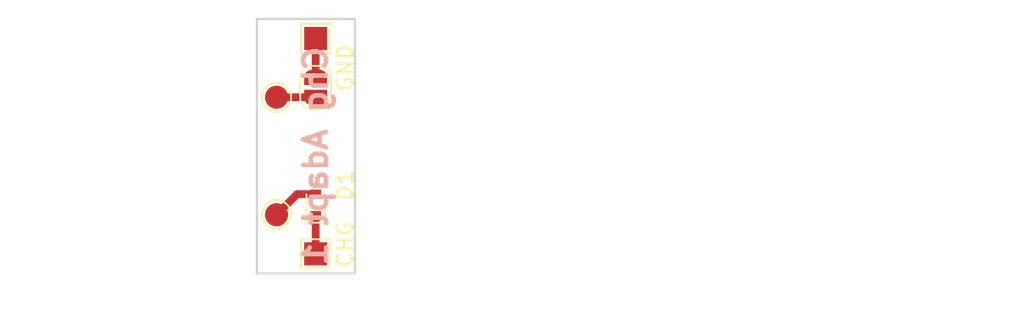
<source format=kicad_pcb>
(kicad_pcb (version 20171130) (host pcbnew "(5.0.1)-4")

  (general
    (thickness 1.6)
    (drawings 8)
    (tracks 7)
    (zones 0)
    (modules 6)
    (nets 5)
  )

  (page A4)
  (layers
    (0 F.Cu signal)
    (31 B.Cu signal)
    (32 B.Adhes user hide)
    (33 F.Adhes user hide)
    (34 B.Paste user hide)
    (35 F.Paste user hide)
    (36 B.SilkS user)
    (37 F.SilkS user)
    (38 B.Mask user hide)
    (39 F.Mask user hide)
    (40 Dwgs.User user)
    (41 Cmts.User user hide)
    (42 Eco1.User user hide)
    (43 Eco2.User user hide)
    (44 Edge.Cuts user)
    (45 Margin user)
    (46 B.CrtYd user hide)
    (47 F.CrtYd user hide)
    (48 B.Fab user hide)
    (49 F.Fab user hide)
  )

  (setup
    (last_trace_width 0.25)
    (trace_clearance 0.2)
    (zone_clearance 0.508)
    (zone_45_only no)
    (trace_min 0.3048)
    (segment_width 0.2)
    (edge_width 0.15)
    (via_size 0.8)
    (via_drill 0.4)
    (via_min_size 1.016)
    (via_min_drill 0.3)
    (uvia_size 0.3)
    (uvia_drill 0.1)
    (uvias_allowed no)
    (uvia_min_size 1.016)
    (uvia_min_drill 0.1)
    (pcb_text_width 0.3)
    (pcb_text_size 1.5 1.5)
    (mod_edge_width 0.15)
    (mod_text_size 1 1)
    (mod_text_width 0.15)
    (pad_size 1.5 1.5)
    (pad_drill 0)
    (pad_to_mask_clearance 0.051)
    (solder_mask_min_width 0.25)
    (aux_axis_origin 0 0)
    (visible_elements FFFFFF7F)
    (pcbplotparams
      (layerselection 0x010fc_ffffffff)
      (usegerberextensions false)
      (usegerberattributes false)
      (usegerberadvancedattributes false)
      (creategerberjobfile false)
      (excludeedgelayer true)
      (linewidth 0.100000)
      (plotframeref false)
      (viasonmask false)
      (mode 1)
      (useauxorigin false)
      (hpglpennumber 1)
      (hpglpenspeed 20)
      (hpglpendiameter 15.000000)
      (psnegative false)
      (psa4output false)
      (plotreference true)
      (plotvalue true)
      (plotinvisibletext false)
      (padsonsilk false)
      (subtractmaskfromsilk false)
      (outputformat 1)
      (mirror false)
      (drillshape 1)
      (scaleselection 1)
      (outputdirectory "./"))
  )

  (net 0 "")
  (net 1 "Net-(JP2-Pad2)")
  (net 2 "Net-(D1-Pad2)")
  (net 3 GND)
  (net 4 +5V)

  (net_class Default "This is the default net class."
    (clearance 0.2)
    (trace_width 0.25)
    (via_dia 0.8)
    (via_drill 0.4)
    (uvia_dia 0.3)
    (uvia_drill 0.1)
    (add_net +5V)
    (add_net GND)
    (add_net "Net-(D1-Pad2)")
    (add_net "Net-(JP2-Pad2)")
  )

  (module TestPoint:TestPoint_Pad_1.5x1.5mm (layer F.Cu) (tedit 5C05E185) (tstamp 5C137676)
    (at 226.06 82.55)
    (descr "SMD rectangular pad as test Point, square 1.5mm side length")
    (tags "test point SMD pad rectangle square")
    (path /5C062D86)
    (attr virtual)
    (fp_text reference GND (at 1.905 1.905 90) (layer F.SilkS)
      (effects (font (size 1 1) (thickness 0.15)))
    )
    (fp_text value Conn_01x01_Female (at 0 1.75) (layer F.Fab)
      (effects (font (size 1 1) (thickness 0.15)))
    )
    (fp_line (start 1.25 1.25) (end -1.25 1.25) (layer F.CrtYd) (width 0.05))
    (fp_line (start 1.25 1.25) (end 1.25 -1.25) (layer F.CrtYd) (width 0.05))
    (fp_line (start -1.25 -1.25) (end -1.25 1.25) (layer F.CrtYd) (width 0.05))
    (fp_line (start -1.25 -1.25) (end 1.25 -1.25) (layer F.CrtYd) (width 0.05))
    (fp_line (start -0.95 0.95) (end -0.95 -0.95) (layer F.SilkS) (width 0.12))
    (fp_line (start 0.95 0.95) (end -0.95 0.95) (layer F.SilkS) (width 0.12))
    (fp_line (start 0.95 -0.95) (end 0.95 0.95) (layer F.SilkS) (width 0.12))
    (fp_line (start -0.95 -0.95) (end 0.95 -0.95) (layer F.SilkS) (width 0.12))
    (fp_text user %R (at 0 -1.65) (layer F.Fab)
      (effects (font (size 1 1) (thickness 0.15)))
    )
    (pad 1 smd rect (at 0 0) (size 1.5 1.5) (layers F.Cu F.Mask)
      (net 3 GND))
  )

  (module TestPoint:TestPoint_Pad_1.5x1.5mm (layer F.Cu) (tedit 5C05E1C2) (tstamp 5C137669)
    (at 226.06 96.52)
    (descr "SMD rectangular pad as test Point, square 1.5mm side length")
    (tags "test point SMD pad rectangle square")
    (path /5C062CF5)
    (attr virtual)
    (fp_text reference CHG (at 1.905 -0.635 90) (layer F.SilkS)
      (effects (font (size 1 1) (thickness 0.15)))
    )
    (fp_text value Conn_01x01_Female (at 0 1.75) (layer F.Fab)
      (effects (font (size 1 1) (thickness 0.15)))
    )
    (fp_text user %R (at 0 -1.65) (layer F.Fab)
      (effects (font (size 1 1) (thickness 0.15)))
    )
    (fp_line (start -0.95 -0.95) (end 0.95 -0.95) (layer F.SilkS) (width 0.12))
    (fp_line (start 0.95 -0.95) (end 0.95 0.95) (layer F.SilkS) (width 0.12))
    (fp_line (start 0.95 0.95) (end -0.95 0.95) (layer F.SilkS) (width 0.12))
    (fp_line (start -0.95 0.95) (end -0.95 -0.95) (layer F.SilkS) (width 0.12))
    (fp_line (start -1.25 -1.25) (end 1.25 -1.25) (layer F.CrtYd) (width 0.05))
    (fp_line (start -1.25 -1.25) (end -1.25 1.25) (layer F.CrtYd) (width 0.05))
    (fp_line (start 1.25 1.25) (end 1.25 -1.25) (layer F.CrtYd) (width 0.05))
    (fp_line (start 1.25 1.25) (end -1.25 1.25) (layer F.CrtYd) (width 0.05))
    (pad 1 smd rect (at 0 0) (size 1.5 1.5) (layers F.Cu F.Mask)
      (net 4 +5V))
  )

  (module Diode_SMD:D_SOD-523 (layer F.Cu) (tedit 586419F0) (tstamp 5C136687)
    (at 226.06 93.345 90)
    (descr "http://www.diodes.com/datasheets/ap02001.pdf p.144")
    (tags "Diode SOD523")
    (path /5C05C547)
    (attr smd)
    (fp_text reference D1 (at 1.27 1.905 90) (layer F.SilkS)
      (effects (font (size 1 1) (thickness 0.15)))
    )
    (fp_text value 1N914WT (at 0 1.4 90) (layer F.Fab)
      (effects (font (size 1 1) (thickness 0.15)))
    )
    (fp_text user %R (at 0 -1.3 90) (layer F.Fab)
      (effects (font (size 1 1) (thickness 0.15)))
    )
    (fp_line (start -1.15 -0.6) (end -1.15 0.6) (layer F.SilkS) (width 0.12))
    (fp_line (start 1.25 -0.7) (end 1.25 0.7) (layer F.CrtYd) (width 0.05))
    (fp_line (start -1.25 -0.7) (end 1.25 -0.7) (layer F.CrtYd) (width 0.05))
    (fp_line (start -1.25 0.7) (end -1.25 -0.7) (layer F.CrtYd) (width 0.05))
    (fp_line (start 1.25 0.7) (end -1.25 0.7) (layer F.CrtYd) (width 0.05))
    (fp_line (start 0.1 0) (end 0.25 0) (layer F.Fab) (width 0.1))
    (fp_line (start 0.1 -0.2) (end -0.2 0) (layer F.Fab) (width 0.1))
    (fp_line (start 0.1 0.2) (end 0.1 -0.2) (layer F.Fab) (width 0.1))
    (fp_line (start -0.2 0) (end 0.1 0.2) (layer F.Fab) (width 0.1))
    (fp_line (start -0.2 0) (end -0.35 0) (layer F.Fab) (width 0.1))
    (fp_line (start -0.2 0.2) (end -0.2 -0.2) (layer F.Fab) (width 0.1))
    (fp_line (start 0.65 -0.45) (end 0.65 0.45) (layer F.Fab) (width 0.1))
    (fp_line (start -0.65 -0.45) (end 0.65 -0.45) (layer F.Fab) (width 0.1))
    (fp_line (start -0.65 0.45) (end -0.65 -0.45) (layer F.Fab) (width 0.1))
    (fp_line (start 0.65 0.45) (end -0.65 0.45) (layer F.Fab) (width 0.1))
    (fp_line (start 0.7 -0.6) (end -1.15 -0.6) (layer F.SilkS) (width 0.12))
    (fp_line (start 0.7 0.6) (end -1.15 0.6) (layer F.SilkS) (width 0.12))
    (pad 2 smd rect (at 0.7 0 270) (size 0.6 0.7) (layers F.Cu F.Paste F.Mask)
      (net 2 "Net-(D1-Pad2)"))
    (pad 1 smd rect (at -0.7 0 270) (size 0.6 0.7) (layers F.Cu F.Paste F.Mask)
      (net 4 +5V))
    (model ${KISYS3DMOD}/Diode_SMD.3dshapes/D_SOD-523.wrl
      (at (xyz 0 0 0))
      (scale (xyz 1 1 1))
      (rotate (xyz 0 0 0))
    )
  )

  (module Jumper:SolderJumper-2_P1.3mm_Open_RoundedPad1.0x1.5mm (layer F.Cu) (tedit 5C05E193) (tstamp 5C13666F)
    (at 226.06 85.725 270)
    (descr "SMD Solder Jumper, 1x1.5mm, rounded Pads, 0.3mm gap, open")
    (tags "solder jumper open")
    (path /5C05C394)
    (attr virtual)
    (fp_text reference JP2 (at 0 -1.8 270) (layer F.SilkS) hide
      (effects (font (size 1 1) (thickness 0.15)))
    )
    (fp_text value SolderJumper_2_Open (at 0 1.9 270) (layer F.Fab)
      (effects (font (size 1 1) (thickness 0.15)))
    )
    (fp_line (start 1.65 1.25) (end -1.65 1.25) (layer F.CrtYd) (width 0.05))
    (fp_line (start 1.65 1.25) (end 1.65 -1.25) (layer F.CrtYd) (width 0.05))
    (fp_line (start -1.65 -1.25) (end -1.65 1.25) (layer F.CrtYd) (width 0.05))
    (fp_line (start -1.65 -1.25) (end 1.65 -1.25) (layer F.CrtYd) (width 0.05))
    (fp_line (start -0.7 -1) (end 0.7 -1) (layer F.SilkS) (width 0.12))
    (fp_line (start 1.4 -0.3) (end 1.4 0.3) (layer F.SilkS) (width 0.12))
    (fp_line (start 0.7 1) (end -0.7 1) (layer F.SilkS) (width 0.12))
    (fp_line (start -1.4 0.3) (end -1.4 -0.3) (layer F.SilkS) (width 0.12))
    (fp_arc (start -0.7 -0.3) (end -0.7 -1) (angle -90) (layer F.SilkS) (width 0.12))
    (fp_arc (start -0.7 0.3) (end -1.4 0.3) (angle -90) (layer F.SilkS) (width 0.12))
    (fp_arc (start 0.7 0.3) (end 0.7 1) (angle -90) (layer F.SilkS) (width 0.12))
    (fp_arc (start 0.7 -0.3) (end 1.4 -0.3) (angle -90) (layer F.SilkS) (width 0.12))
    (pad 2 smd custom (at 0.65 0 270) (size 1 0.5) (layers F.Cu F.Mask)
      (net 1 "Net-(JP2-Pad2)") (zone_connect 0)
      (options (clearance outline) (anchor rect))
      (primitives
        (gr_circle (center 0 0.25) (end 0.5 0.25) (width 0))
        (gr_circle (center 0 -0.25) (end 0.5 -0.25) (width 0))
        (gr_poly (pts
           (xy 0 -0.75) (xy -0.5 -0.75) (xy -0.5 0.75) (xy 0 0.75)) (width 0))
      ))
    (pad 1 smd custom (at -0.65 0 270) (size 1 0.5) (layers F.Cu F.Mask)
      (net 3 GND) (zone_connect 0)
      (options (clearance outline) (anchor rect))
      (primitives
        (gr_circle (center 0 0.25) (end 0.5 0.25) (width 0))
        (gr_circle (center 0 -0.25) (end 0.5 -0.25) (width 0))
        (gr_poly (pts
           (xy 0 -0.75) (xy 0.5 -0.75) (xy 0.5 0.75) (xy 0 0.75)) (width 0))
      ))
  )

  (module TestPoint:TestPoint_Pad_D1.5mm (layer F.Cu) (tedit 5C05E19A) (tstamp 5C13664B)
    (at 223.52 86.36)
    (descr "SMD pad as test Point, diameter 1.5mm")
    (tags "test point SMD pad")
    (path /5C062BAA)
    (attr virtual)
    (fp_text reference TP_GND1 (at 0 -4.445 90) (layer F.SilkS) hide
      (effects (font (size 1 1) (thickness 0.15)))
    )
    (fp_text value TestPoint (at 0 1.75) (layer F.Fab)
      (effects (font (size 1 1) (thickness 0.15)))
    )
    (fp_circle (center 0 0) (end 0 0.95) (layer F.SilkS) (width 0.12))
    (fp_circle (center 0 0) (end 1.25 0) (layer F.CrtYd) (width 0.05))
    (fp_text user %R (at 0 -1.65) (layer F.Fab)
      (effects (font (size 1 1) (thickness 0.15)))
    )
    (pad 1 smd circle (at 0 0) (size 1.5 1.5) (layers F.Cu F.Mask)
      (net 1 "Net-(JP2-Pad2)"))
  )

  (module TestPoint:TestPoint_Pad_D1.5mm (layer F.Cu) (tedit 5C05E1A8) (tstamp 5C136643)
    (at 223.52 93.98)
    (descr "SMD pad as test Point, diameter 1.5mm")
    (tags "test point SMD pad")
    (path /5C062B38)
    (attr virtual)
    (fp_text reference TP_CHG1 (at 1.905 -3.175) (layer F.SilkS) hide
      (effects (font (size 1 1) (thickness 0.15)))
    )
    (fp_text value TestPoint (at 0 1.75) (layer F.Fab)
      (effects (font (size 1 1) (thickness 0.15)))
    )
    (fp_text user %R (at 0 -1.65) (layer F.Fab)
      (effects (font (size 1 1) (thickness 0.15)))
    )
    (fp_circle (center 0 0) (end 1.25 0) (layer F.CrtYd) (width 0.05))
    (fp_circle (center 0 0) (end 0 0.95) (layer F.SilkS) (width 0.12))
    (pad 1 smd circle (at 0 0) (size 1.5 1.5) (layers F.Cu F.Mask)
      (net 2 "Net-(D1-Pad2)"))
  )

  (gr_text "Chg Adapt 1" (at 226.06 90.17 90) (layer B.SilkS)
    (effects (font (size 1.5 1.5) (thickness 0.3)) (justify mirror))
  )
  (dimension 6.35 (width 0.3) (layer Dwgs.User)
    (gr_text "0.2500 in" (at 225.425 102.579903) (layer Dwgs.User)
      (effects (font (size 1.5 1.5) (thickness 0.3)))
    )
    (feature1 (pts (xy 228.6 99.06) (xy 228.6 101.066324)))
    (feature2 (pts (xy 222.25 99.06) (xy 222.25 101.066324)))
    (crossbar (pts (xy 222.25 100.479903) (xy 228.6 100.479903)))
    (arrow1a (pts (xy 228.6 100.479903) (xy 227.473496 101.066324)))
    (arrow1b (pts (xy 228.6 100.479903) (xy 227.473496 99.893482)))
    (arrow2a (pts (xy 222.25 100.479903) (xy 223.376504 101.066324)))
    (arrow2b (pts (xy 222.25 100.479903) (xy 223.376504 99.893482)))
  )
  (dimension 7.62 (width 0.3) (layer Dwgs.User)
    (gr_text "0.3000 in" (at 211.118357 89.594381 90) (layer Dwgs.User)
      (effects (font (size 1.5 1.5) (thickness 0.3)))
    )
    (feature1 (pts (xy 219.568357 85.784381) (xy 212.631936 85.784381)))
    (feature2 (pts (xy 219.568357 93.404381) (xy 212.631936 93.404381)))
    (crossbar (pts (xy 213.218357 93.404381) (xy 213.218357 85.784381)))
    (arrow1a (pts (xy 213.218357 85.784381) (xy 213.804778 86.910885)))
    (arrow1b (pts (xy 213.218357 85.784381) (xy 212.631936 86.910885)))
    (arrow2a (pts (xy 213.218357 93.404381) (xy 213.804778 92.277877)))
    (arrow2b (pts (xy 213.218357 93.404381) (xy 212.631936 92.277877)))
  )
  (dimension 16.51 (width 0.3) (layer Dwgs.User)
    (gr_text "0.6500 in" (at 270.07 89.535 90) (layer Dwgs.User)
      (effects (font (size 1.5 1.5) (thickness 0.3)))
    )
    (feature1 (pts (xy 228.6 81.28) (xy 268.556421 81.28)))
    (feature2 (pts (xy 228.6 97.79) (xy 268.556421 97.79)))
    (crossbar (pts (xy 267.97 97.79) (xy 267.97 81.28)))
    (arrow1a (pts (xy 267.97 81.28) (xy 268.556421 82.406504)))
    (arrow1b (pts (xy 267.97 81.28) (xy 267.383579 82.406504)))
    (arrow2a (pts (xy 267.97 97.79) (xy 268.556421 96.663496)))
    (arrow2b (pts (xy 267.97 97.79) (xy 267.383579 96.663496)))
  )
  (gr_line (start 222.25 81.28) (end 228.6 81.28) (layer Edge.Cuts) (width 0.15))
  (gr_line (start 222.25 97.79) (end 222.25 81.28) (layer Edge.Cuts) (width 0.15))
  (gr_line (start 228.6 97.79) (end 222.25 97.79) (layer Edge.Cuts) (width 0.15))
  (gr_line (start 228.6 81.28) (end 228.6 97.79) (layer Edge.Cuts) (width 0.15))

  (segment (start 226.045 86.36) (end 226.06 86.375) (width 0.25) (layer F.Cu) (net 1))
  (segment (start 223.52 86.36) (end 226.045 86.36) (width 0.508) (layer F.Cu) (net 1))
  (segment (start 223.52 93.98) (end 224.155 93.98) (width 0.25) (layer F.Cu) (net 2))
  (segment (start 223.52 93.98) (end 224.855 92.645) (width 0.508) (layer F.Cu) (net 2))
  (segment (start 224.855 92.645) (end 226.06 92.645) (width 0.508) (layer F.Cu) (net 2))
  (segment (start 226.06 85.075) (end 226.06 82.55) (width 0.508) (layer F.Cu) (net 3))
  (segment (start 226.06 96.52) (end 226.06 94.045) (width 0.508) (layer F.Cu) (net 4))

)

</source>
